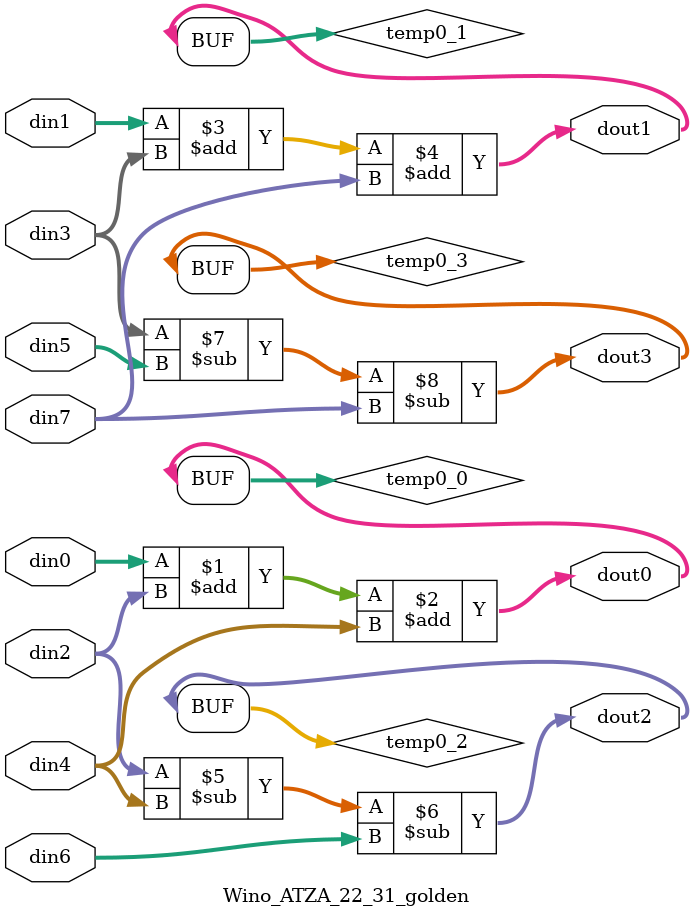
<source format=v>

module Wino_ATZA_22_31_golden#(
    parameter data_width = 19
)(
    // din = 4 * 2
    input [data_width - 1:0] din0, din1, din2, din3, din4, din5, din6, din7,
    // dout = AT * dout * A
    output [data_width - 1:0] dout0, dout1, dout2, dout3
);

    // temp0 = AT * din
    wire [data_width - 1:0] temp0_0, temp0_1, temp0_2, temp0_3;

    assign temp0_0 = din0 + din2 + din4;
    assign temp0_1 = din1 + din3 + din7;
    assign temp0_2 = din2 - din4 - din6;
    assign temp0_3 = din3 - din5 - din7;

    // dout = temp0 * A
    assign dout0 = temp0_0;
    assign dout1 = temp0_1;
    assign dout2 = temp0_2;
    assign dout3 = temp0_3;

endmodule

</source>
